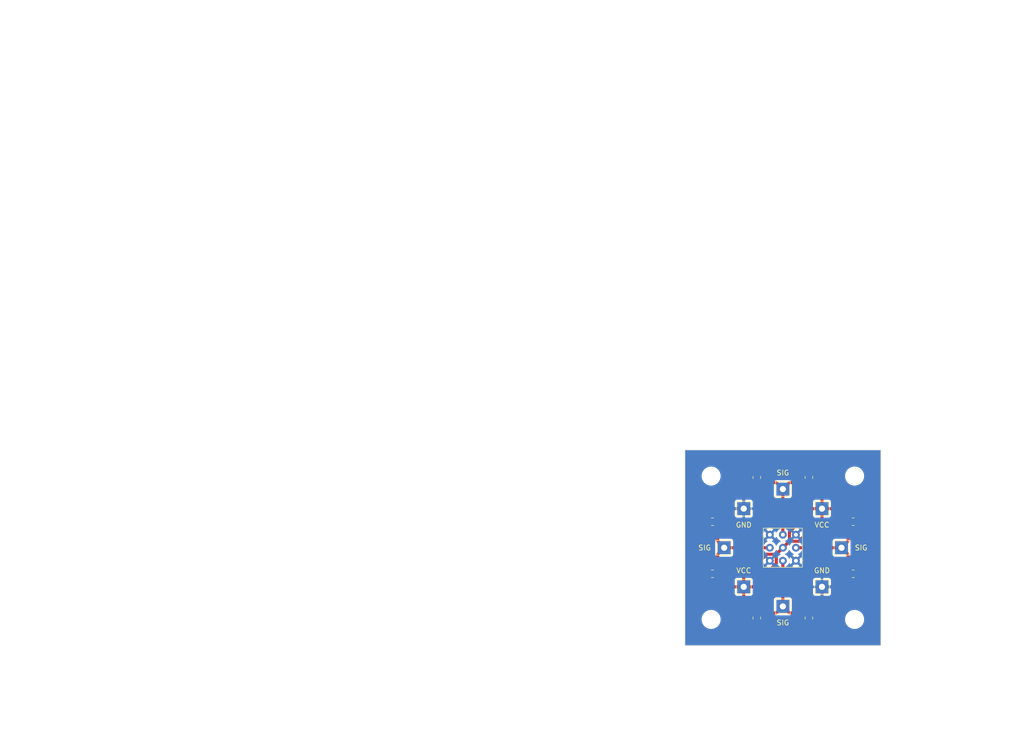
<source format=kicad_pcb>
(kicad_pcb (version 20221018) (generator pcbnew)
  (layers (0 "F.Cu" signal) (31 "B.Cu" signal) (34 "B.Paste" user) (35 "F.Paste" user) (36 "B.SilkS" user "B.Silkscreen") (37 "F.SilkS" user "F.Silkscreen") (38 "B.Mask" user) (39 "F.Mask" user) (44 "Edge.Cuts" user))
  (net 0 "")
  (net 1 "GND")
  (net 2 "SIG_E")
  (net 3 "+3V3")
  (net 4 "SIG_W")
  (net 5 "SIG_N")
  (net 6 "SIG_S")
  (footprint "MountingHole:MountingHole_3.2mm_M3" (layer "F.Cu") (at 138.43 92.71)
    (fp_text reference "H2" hide)
    (fp_text value "MountingHole")
    (pad "" np_thru_hole circle (at 0 0) (size 3.2 3.2) (drill 3.2) (layers "*.Cu" "*.Mask"))
  )
  (footprint "Resistor_SMD:R_0805_2012Metric_Pad1.20x1.40mm_HandSolder" (layer "F.Cu") (at 157.48 120.38 90)
    (fp_text reference "R8" hide)
    (fp_text value "DNF")
    (fp_line (start -0.227064 -0.735) (end 0.227064 -0.735) (stroke (width 0.12)) (layer "F.SilkS"))
    (fp_line (start -0.227064 0.735) (end 0.227064 0.735) (stroke (width 0.12)) (layer "F.SilkS"))
    (pad "1" smd roundrect (at -1 0 90) (size 1.2 1.4) (layers "F.Cu" "F.Paste" "F.Mask") (roundrect_rratio 0.2083333333) (net 1 "GND"))
    (pad "2" smd roundrect (at 1 0 90) (size 1.2 1.4) (layers "F.Cu" "F.Paste" "F.Mask") (roundrect_rratio 0.2083333333) (net 6 "SIG_S"))
  )
  (footprint "TestPoint:TestPoint_THTPad_2.5x2.5mm_Drill1.2mm" (layer "F.Cu") (at 160.02 99.06)
    (fp_text reference "TP5" hide)
    (fp_text value "VCC")
    (fp_line (start -1.45 -1.45) (end 1.45 -1.45) (stroke (width 0.12)) (layer "F.SilkS"))
    (fp_line (start -1.45 1.45) (end -1.45 -1.45) (stroke (width 0.12)) (layer "F.SilkS"))
    (fp_line (start 1.45 -1.45) (end 1.45 1.45) (stroke (width 0.12)) (layer "F.SilkS"))
    (fp_line (start 1.45 1.45) (end -1.45 1.45) (stroke (width 0.12)) (layer "F.SilkS"))
    (pad "1" thru_hole rect (at 0 0) (size 2.5 2.5) (drill 1.2) (layers "*.Cu" "*.Mask") (net 3 "+3V3"))
  )
  (footprint "TestPoint:TestPoint_THTPad_2.5x2.5mm_Drill1.2mm" (layer "F.Cu") (at 152.4 95.25)
    (fp_text reference "TP1" hide)
    (fp_text value "TestPoint")
    (fp_line (start -1.45 -1.45) (end 1.45 -1.45) (stroke (width 0.12)) (layer "F.SilkS"))
    (fp_line (start -1.45 1.45) (end -1.45 -1.45) (stroke (width 0.12)) (layer "F.SilkS"))
    (fp_line (start 1.45 -1.45) (end 1.45 1.45) (stroke (width 0.12)) (layer "F.SilkS"))
    (fp_line (start 1.45 1.45) (end -1.45 1.45) (stroke (width 0.12)) (layer "F.SilkS"))
    (pad "1" thru_hole rect (at 0 0) (size 2.5 2.5) (drill 1.2) (layers "*.Cu" "*.Mask") (net 5 "SIG_N"))
  )
  (footprint "TestPoint:TestPoint_THTPad_2.5x2.5mm_Drill1.2mm" (layer "F.Cu") (at 160.02 114.3)
    (fp_text reference "TP7" hide)
    (fp_text value "GND")
    (fp_line (start -1.45 -1.45) (end 1.45 -1.45) (stroke (width 0.12)) (layer "F.SilkS"))
    (fp_line (start -1.45 1.45) (end -1.45 -1.45) (stroke (width 0.12)) (layer "F.SilkS"))
    (fp_line (start 1.45 -1.45) (end 1.45 1.45) (stroke (width 0.12)) (layer "F.SilkS"))
    (fp_line (start 1.45 1.45) (end -1.45 1.45) (stroke (width 0.12)) (layer "F.SilkS"))
    (pad "1" thru_hole rect (at 0 0) (size 2.5 2.5) (drill 1.2) (layers "*.Cu" "*.Mask") (net 1 "GND"))
  )
  (footprint "MountingHole:MountingHole_3.2mm_M3" (layer "F.Cu") (at 166.37 92.71)
    (fp_text reference "H1" hide)
    (fp_text value "MountingHole")
    (pad "" np_thru_hole circle (at 0 0) (size 3.2 3.2) (drill 3.2) (layers "*.Cu" "*.Mask"))
  )
  (footprint "Resistor_SMD:R_0805_2012Metric_Pad1.20x1.40mm_HandSolder" (layer "F.Cu") (at 147.32 120.38 -90)
    (fp_text reference "R7" hide)
    (fp_text value "DNF")
    (fp_line (start -0.227064 -0.735) (end 0.227064 -0.735) (stroke (width 0.12)) (layer "F.SilkS"))
    (fp_line (start -0.227064 0.735) (end 0.227064 0.735) (stroke (width 0.12)) (layer "F.SilkS"))
    (pad "1" smd roundrect (at -1 0 270) (size 1.2 1.4) (layers "F.Cu" "F.Paste" "F.Mask") (roundrect_rratio 0.2083333333) (net 6 "SIG_S"))
    (pad "2" smd roundrect (at 1 0 270) (size 1.2 1.4) (layers "F.Cu" "F.Paste" "F.Mask") (roundrect_rratio 0.2083333333) (net 3 "+3V3"))
  )
  (footprint "MountingHole:MountingHole_3.2mm_M3" (layer "F.Cu") (at 138.43 120.65)
    (fp_text reference "H4" hide)
    (fp_text value "MountingHole")
    (pad "" np_thru_hole circle (at 0 0) (size 3.2 3.2) (drill 3.2) (layers "*.Cu" "*.Mask"))
  )
  (footprint "Resistor_SMD:R_0805_2012Metric_Pad1.20x1.40mm_HandSolder" (layer "F.Cu") (at 166.1 101.6)
    (fp_text reference "R2" hide)
    (fp_text value "DNF")
    (fp_line (start -0.227064 -0.735) (end 0.227064 -0.735) (stroke (width 0.12)) (layer "F.SilkS"))
    (fp_line (start -0.227064 0.735) (end 0.227064 0.735) (stroke (width 0.12)) (layer "F.SilkS"))
    (pad "1" smd roundrect (at -1 0) (size 1.2 1.4) (layers "F.Cu" "F.Paste" "F.Mask") (roundrect_rratio 0.2083333333) (net 2 "SIG_E"))
    (pad "2" smd roundrect (at 1 0) (size 1.2 1.4) (layers "F.Cu" "F.Paste" "F.Mask") (roundrect_rratio 0.2083333333) (net 3 "+3V3"))
  )
  (footprint "connectors:3x3conn" (layer "F.Cu") (at 152.4 106.68)
    (fp_text reference "U1" hide)
    (fp_text value "~" hide)
    (fp_rect (start -3.81 -3.81) (end 3.81 3.81) (stroke (width 0.12)) (fill none) (layer "F.SilkS"))
    (pad "1" thru_hole circle (at 0 -2.54) (size 1.524 1.524) (drill 0.762) (layers "*.Cu" "*.Mask") (net 5 "SIG_N"))
    (pad "2" thru_hole circle (at 2.54 0) (size 1.524 1.524) (drill 0.762) (layers "*.Cu" "*.Mask") (net 2 "SIG_E"))
    (pad "3" thru_hole circle (at 0 2.54) (size 1.524 1.524) (drill 0.762) (layers "*.Cu" "*.Mask") (net 6 "SIG_S"))
    (pad "4" thru_hole circle (at -2.54 0) (size 1.524 1.524) (drill 0.762) (layers "*.Cu" "*.Mask") (net 4 "SIG_W"))
    (pad "5" thru_hole circle (at 0 0) (size 1.524 1.524) (drill 0.762) (layers "*.Cu" "*.Mask") (net 3 "+3V3"))
    (pad "6" thru_hole circle (at -2.54 -2.54) (size 1.524 1.524) (drill 0.762) (layers "*.Cu" "*.Mask") (net 1 "GND"))
    (pad "6" thru_hole circle (at -2.54 2.54) (size 1.524 1.524) (drill 0.762) (layers "*.Cu" "*.Mask") (net 1 "GND"))
    (pad "6" thru_hole circle (at 2.54 -2.54) (size 1.524 1.524) (drill 0.762) (layers "*.Cu" "*.Mask") (net 1 "GND"))
    (pad "6" thru_hole circle (at 2.54 2.54) (size 1.524 1.524) (drill 0.762) (layers "*.Cu" "*.Mask") (net 1 "GND"))
  )
  (footprint "Resistor_SMD:R_0805_2012Metric_Pad1.20x1.40mm_HandSolder" (layer "F.Cu") (at 157.48 92.98 90)
    (fp_text reference "R5" hide)
    (fp_text value "DNF")
    (fp_line (start -0.227064 -0.735) (end 0.227064 -0.735) (stroke (width 0.12)) (layer "F.SilkS"))
    (fp_line (start -0.227064 0.735) (end 0.227064 0.735) (stroke (width 0.12)) (layer "F.SilkS"))
    (pad "1" smd roundrect (at -1 0 90) (size 1.2 1.4) (layers "F.Cu" "F.Paste" "F.Mask") (roundrect_rratio 0.2083333333) (net 5 "SIG_N"))
    (pad "2" smd roundrect (at 1 0 90) (size 1.2 1.4) (layers "F.Cu" "F.Paste" "F.Mask") (roundrect_rratio 0.2083333333) (net 3 "+3V3"))
  )
  (footprint "TestPoint:TestPoint_THTPad_2.5x2.5mm_Drill1.2mm" (layer "F.Cu") (at 163.83 106.68)
    (fp_text reference "TP4" hide)
    (fp_text value "TestPoint")
    (fp_line (start -1.45 -1.45) (end 1.45 -1.45) (stroke (width 0.12)) (layer "F.SilkS"))
    (fp_line (start -1.45 1.45) (end -1.45 -1.45) (stroke (width 0.12)) (layer "F.SilkS"))
    (fp_line (start 1.45 -1.45) (end 1.45 1.45) (stroke (width 0.12)) (layer "F.SilkS"))
    (fp_line (start 1.45 1.45) (end -1.45 1.45) (stroke (width 0.12)) (layer "F.SilkS"))
    (pad "1" thru_hole rect (at 0 0) (size 2.5 2.5) (drill 1.2) (layers "*.Cu" "*.Mask") (net 2 "SIG_E"))
  )
  (footprint "TestPoint:TestPoint_THTPad_2.5x2.5mm_Drill1.2mm" (layer "F.Cu") (at 144.78 114.3)
    (fp_text reference "TP6" hide)
    (fp_text value "VCC")
    (fp_line (start -1.45 -1.45) (end 1.45 -1.45) (stroke (width 0.12)) (layer "F.SilkS"))
    (fp_line (start -1.45 1.45) (end -1.45 -1.45) (stroke (width 0.12)) (layer "F.SilkS"))
    (fp_line (start 1.45 -1.45) (end 1.45 1.45) (stroke (width 0.12)) (layer "F.SilkS"))
    (fp_line (start 1.45 1.45) (end -1.45 1.45) (stroke (width 0.12)) (layer "F.SilkS"))
    (pad "1" thru_hole rect (at 0 0) (size 2.5 2.5) (drill 1.2) (layers "*.Cu" "*.Mask") (net 3 "+3V3"))
  )
  (footprint "TestPoint:TestPoint_THTPad_2.5x2.5mm_Drill1.2mm" (layer "F.Cu") (at 152.4 118.11)
    (fp_text reference "TP3" hide)
    (fp_text value "TestPoint")
    (fp_line (start -1.45 -1.45) (end 1.45 -1.45) (stroke (width 0.12)) (layer "F.SilkS"))
    (fp_line (start -1.45 1.45) (end -1.45 -1.45) (stroke (width 0.12)) (layer "F.SilkS"))
    (fp_line (start 1.45 -1.45) (end 1.45 1.45) (stroke (width 0.12)) (layer "F.SilkS"))
    (fp_line (start 1.45 1.45) (end -1.45 1.45) (stroke (width 0.12)) (layer "F.SilkS"))
    (pad "1" thru_hole rect (at 0 0) (size 2.5 2.5) (drill 1.2) (layers "*.Cu" "*.Mask") (net 6 "SIG_S"))
  )
  (footprint "Resistor_SMD:R_0805_2012Metric_Pad1.20x1.40mm_HandSolder" (layer "F.Cu") (at 138.7 101.6)
    (fp_text reference "R4" hide)
    (fp_text value "DNF")
    (fp_line (start -0.227064 -0.735) (end 0.227064 -0.735) (stroke (width 0.12)) (layer "F.SilkS"))
    (fp_line (start -0.227064 0.735) (end 0.227064 0.735) (stroke (width 0.12)) (layer "F.SilkS"))
    (pad "1" smd roundrect (at -1 0) (size 1.2 1.4) (layers "F.Cu" "F.Paste" "F.Mask") (roundrect_rratio 0.2083333333) (net 1 "GND"))
    (pad "2" smd roundrect (at 1 0) (size 1.2 1.4) (layers "F.Cu" "F.Paste" "F.Mask") (roundrect_rratio 0.2083333333) (net 4 "SIG_W"))
  )
  (footprint "TestPoint:TestPoint_THTPad_2.5x2.5mm_Drill1.2mm" (layer "F.Cu") (at 144.78 99.06)
    (fp_text reference "TP8" hide)
    (fp_text value "GND")
    (fp_line (start -1.45 -1.45) (end 1.45 -1.45) (stroke (width 0.12)) (layer "F.SilkS"))
    (fp_line (start -1.45 1.45) (end -1.45 -1.45) (stroke (width 0.12)) (layer "F.SilkS"))
    (fp_line (start 1.45 -1.45) (end 1.45 1.45) (stroke (width 0.12)) (layer "F.SilkS"))
    (fp_line (start 1.45 1.45) (end -1.45 1.45) (stroke (width 0.12)) (layer "F.SilkS"))
    (pad "1" thru_hole rect (at 0 0) (size 2.5 2.5) (drill 1.2) (layers "*.Cu" "*.Mask") (net 1 "GND"))
  )
  (footprint "Resistor_SMD:R_0805_2012Metric_Pad1.20x1.40mm_HandSolder" (layer "F.Cu") (at 166.1 111.76 180)
    (fp_text reference "R1" hide)
    (fp_text value "DNF")
    (fp_line (start -0.227064 -0.735) (end 0.227064 -0.735) (stroke (width 0.12)) (layer "F.SilkS"))
    (fp_line (start -0.227064 0.735) (end 0.227064 0.735) (stroke (width 0.12)) (layer "F.SilkS"))
    (pad "1" smd roundrect (at -1 0 180) (size 1.2 1.4) (layers "F.Cu" "F.Paste" "F.Mask") (roundrect_rratio 0.2083333333) (net 1 "GND"))
    (pad "2" smd roundrect (at 1 0 180) (size 1.2 1.4) (layers "F.Cu" "F.Paste" "F.Mask") (roundrect_rratio 0.2083333333) (net 2 "SIG_E"))
  )
  (footprint "MountingHole:MountingHole_3.2mm_M3" (layer "F.Cu") (at 166.37 120.65)
    (fp_text reference "H3" hide)
    (fp_text value "MountingHole")
    (pad "" np_thru_hole circle (at 0 0) (size 3.2 3.2) (drill 3.2) (layers "*.Cu" "*.Mask"))
  )
  (footprint "TestPoint:TestPoint_THTPad_2.5x2.5mm_Drill1.2mm" (layer "F.Cu") (at 140.97 106.68)
    (fp_text reference "TP2" hide)
    (fp_text value "TestPoint")
    (fp_line (start -1.45 -1.45) (end 1.45 -1.45) (stroke (width 0.12)) (layer "F.SilkS"))
    (fp_line (start -1.45 1.45) (end -1.45 -1.45) (stroke (width 0.12)) (layer "F.SilkS"))
    (fp_line (start 1.45 -1.45) (end 1.45 1.45) (stroke (width 0.12)) (layer "F.SilkS"))
    (fp_line (start 1.45 1.45) (end -1.45 1.45) (stroke (width 0.12)) (layer "F.SilkS"))
    (pad "1" thru_hole rect (at 0 0) (size 2.5 2.5) (drill 1.2) (layers "*.Cu" "*.Mask") (net 4 "SIG_W"))
  )
  (footprint "Resistor_SMD:R_0805_2012Metric_Pad1.20x1.40mm_HandSolder" (layer "F.Cu") (at 138.7 111.76 180)
    (fp_text reference "R3" hide)
    (fp_text value "DNF")
    (fp_line (start -0.227064 -0.735) (end 0.227064 -0.735) (stroke (width 0.12)) (layer "F.SilkS"))
    (fp_line (start -0.227064 0.735) (end 0.227064 0.735) (stroke (width 0.12)) (layer "F.SilkS"))
    (pad "1" smd roundrect (at -1 0 180) (size 1.2 1.4) (layers "F.Cu" "F.Paste" "F.Mask") (roundrect_rratio 0.2083333333) (net 4 "SIG_W"))
    (pad "2" smd roundrect (at 1 0 180) (size 1.2 1.4) (layers "F.Cu" "F.Paste" "F.Mask") (roundrect_rratio 0.2083333333) (net 3 "+3V3"))
  )
  (footprint "Resistor_SMD:R_0805_2012Metric_Pad1.20x1.40mm_HandSolder" (layer "F.Cu") (at 147.32 92.98 -90)
    (fp_text reference "R6" hide)
    (fp_text value "DNF")
    (fp_line (start -0.227064 -0.735) (end 0.227064 -0.735) (stroke (width 0.12)) (layer "F.SilkS"))
    (fp_line (start -0.227064 0.735) (end 0.227064 0.735) (stroke (width 0.12)) (layer "F.SilkS"))
    (pad "1" smd roundrect (at -1 0 270) (size 1.2 1.4) (layers "F.Cu" "F.Paste" "F.Mask") (roundrect_rratio 0.2083333333) (net 1 "GND"))
    (pad "2" smd roundrect (at 1 0 270) (size 1.2 1.4) (layers "F.Cu" "F.Paste" "F.Mask") (roundrect_rratio 0.2083333333) (net 5 "SIG_N"))
  )
  (gr_rect (start 133.35 87.63) (end 171.45 125.73) (stroke (width 0.1)) (fill none) (layer "Edge.Cuts"))
  (gr_text "SIG" (at 152.4 92.075) (layer "F.SilkS") (effects (font (size 1 1))))
  (gr_text "SIG" (at 167.64 106.68) (layer "F.SilkS") (effects (font (size 1 1))))
  (gr_text "GND" (at 160.02 111.125) (layer "F.SilkS") (effects (font (size 1 1))))
  (gr_text "VCC" (at 160.02 102.235) (layer "F.SilkS") (effects (font (size 1 1))))
  (gr_text "GND" (at 144.78 102.235) (layer "F.SilkS") (effects (font (size 1 1))))
  (gr_text "SIG" (at 137.16 106.68) (layer "F.SilkS") (effects (font (size 1 1))))
  (gr_text "SIG" (at 152.4 121.285) (layer "F.SilkS") (effects (font (size 1 1))))
  (gr_text "VCC" (at 144.78 111.125) (layer "F.SilkS") (effects (font (size 1 1))))
  (segment (start 137.7 101.6) (end 140.24 99.06) (width 0.6) (layer "F.Cu") (net 1))
  (segment (start 157.48 121.38) (end 160.02 118.84) (width 0.6) (layer "F.Cu") (net 1))
  (segment (start 160.02 118.84) (end 160.02 114.3) (width 0.6) (layer "F.Cu") (net 1))
  (segment (start 147.32 91.98) (end 144.78 94.52) (width 0.6) (layer "F.Cu") (net 1))
  (segment (start 140.24 99.06) (end 144.78 99.06) (width 0.6) (layer "F.Cu") (net 1))
  (segment (start 144.78 94.52) (end 144.78 99.06) (width 0.6) (layer "F.Cu") (net 1))
  (segment (start 167.1 111.76) (end 164.56 114.3) (width 0.6) (layer "F.Cu") (net 1))
  (segment (start 164.56 114.3) (end 160.02 114.3) (width 0.6) (layer "F.Cu") (net 1))
  (segment (start 165.1 107.95) (end 163.83 106.68) (width 0.6) (layer "F.Cu") (net 2))
  (segment (start 165.1 101.6) (end 165.1 105.41) (width 0.6) (layer "F.Cu") (net 2))
  (segment (start 154.94 106.68) (end 163.83 106.68) (width 0.6) (layer "F.Cu") (net 2))
  (segment (start 165.1 105.41) (end 163.83 106.68) (width 0.6) (layer "F.Cu") (net 2))
  (segment (start 165.1 111.76) (end 165.1 107.95) (width 0.6) (layer "F.Cu") (net 2))
  (segment (start 151.13 107.95) (end 152.4 106.68) (width 0.6) (layer "F.Cu") (net 3))
  (segment (start 144.78 114.3) (end 144.78 118.84) (width 0.6) (layer "F.Cu") (net 3))
  (segment (start 157.48 91.98) (end 160.02 94.52) (width 0.6) (layer "F.Cu") (net 3))
  (segment (start 160.02 99.06) (end 164.56 99.06) (width 0.6) (layer "F.Cu") (net 3))
  (segment (start 155.512 105.418) (end 153.662 105.418) (width 0.6) (layer "F.Cu") (net 3))
  (segment (start 146.564738 114.3) (end 144.78 114.3) (width 0.6) (layer "F.Cu") (net 3))
  (segment (start 151.122 107.958) (end 151.122 109.742738) (width 0.6) (layer "F.Cu") (net 3))
  (segment (start 153.678 103.617262) (end 158.235262 99.06) (width 0.6) (layer "F.Cu") (net 3))
  (segment (start 152.4 106.68) (end 151.122 107.958) (width 0.6) (layer "F.Cu") (net 3))
  (segment (start 158.235262 99.06) (end 160.02 99.06) (width 0.6) (layer "F.Cu") (net 3))
  (segment (start 152.4 106.68) (end 153.678 105.402) (width 0.6) (layer "F.Cu") (net 3))
  (segment (start 160.02 99.06) (end 160.02 100.91) (width 0.6) (layer "F.Cu") (net 3))
  (segment (start 164.56 99.06) (end 167.1 101.6) (width 0.6) (layer "F.Cu") (net 3))
  (segment (start 137.7 111.76) (end 140.24 114.3) (width 0.6) (layer "F.Cu") (net 3))
  (segment (start 151.122 109.742738) (end 146.564738 114.3) (width 0.6) (layer "F.Cu") (net 3))
  (segment (start 144.78 112.45) (end 149.28 107.95) (width 0.6) (layer "F.Cu") (net 3))
  (segment (start 153.678 105.402) (end 153.678 103.617262) (width 0.6) (layer "F.Cu") (net 3))
  (segment (start 140.24 114.3) (end 144.78 114.3) (width 0.6) (layer "F.Cu") (net 3))
  (segment (start 153.662 105.418) (end 152.4 106.68) (width 0.6) (layer "F.Cu") (net 3))
  (segment (start 149.28 107.95) (end 151.13 107.95) (width 0.6) (layer "F.Cu") (net 3))
  (segment (start 160.02 100.91) (end 155.512 105.418) (width 0.6) (layer "F.Cu") (net 3))
  (segment (start 144.78 114.3) (end 144.78 112.45) (width 0.6) (layer "F.Cu") (net 3))
  (segment (start 160.02 94.52) (end 160.02 99.06) (width 0.6) (layer "F.Cu") (net 3))
  (segment (start 144.78 118.84) (end 147.32 121.38) (width 0.6) (layer "F.Cu") (net 3))
  (segment (start 139.7 107.95) (end 140.97 106.68) (width 0.6) (layer "F.Cu") (net 4))
  (segment (start 139.7 105.41) (end 140.97 106.68) (width 0.6) (layer "F.Cu") (net 4))
  (segment (start 139.7 101.6) (end 139.7 105.41) (width 0.6) (layer "F.Cu") (net 4))
  (segment (start 149.86 106.68) (end 140.97 106.68) (width 0.6) (layer "F.Cu") (net 4))
  (segment (start 139.7 111.76) (end 139.7 107.95) (width 0.6) (layer "F.Cu") (net 4))
  (segment (start 151.13 93.98) (end 152.4 95.25) (width 0.6) (layer "F.Cu") (net 5))
  (segment (start 147.32 93.98) (end 151.13 93.98) (width 0.6) (layer "F.Cu") (net 5))
  (segment (start 153.67 93.98) (end 152.4 95.25) (width 0.6) (layer "F.Cu") (net 5))
  (segment (start 157.48 93.98) (end 153.67 93.98) (width 0.6) (layer "F.Cu") (net 5))
  (segment (start 152.4 104.14) (end 152.4 95.25) (width 0.6) (layer "F.Cu") (net 5))
  (segment (start 153.67 119.38) (end 152.4 118.11) (width 0.6) (layer "F.Cu") (net 6))
  (segment (start 151.13 119.38) (end 152.4 118.11) (width 0.6) (layer "F.Cu") (net 6))
  (segment (start 147.32 119.38) (end 151.13 119.38) (width 0.6) (layer "F.Cu") (net 6))
  (segment (start 157.48 119.38) (end 153.67 119.38) (width 0.6) (layer "F.Cu") (net 6))
  (segment (start 152.4 109.22) (end 152.4 118.11) (width 0.6) (layer "F.Cu") (net 6))
  (zone (net 1) (net_name "GND") (layer "B.Cu") (connect_pads (clearance 0.5)) (min_thickness 0.25) (fill yes (thermal_gap 0.5) (thermal_bridge_width 0.5))
    (polygon (pts (xy 123.19 77.47) (xy 118.11 142.24) (xy 199.39 140.97) (xy 191.77 67.31)))
  )
)
</source>
